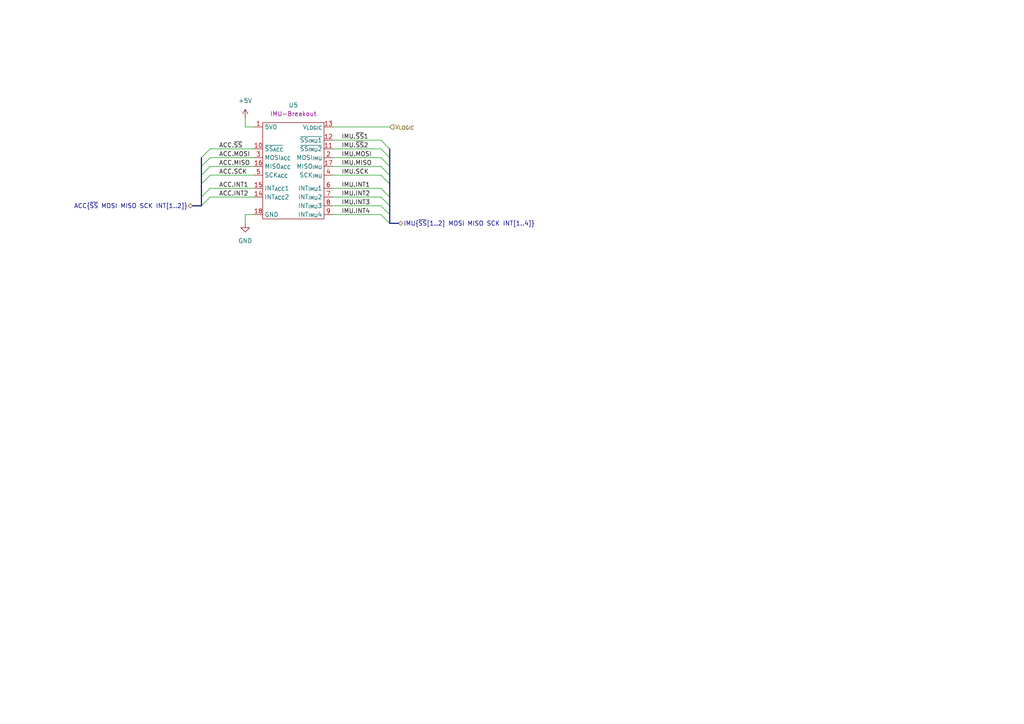
<source format=kicad_sch>
(kicad_sch (version 20211123) (generator eeschema)
  (paper "A4")
  (title_block (title "Bodge Control") (date "2022-11-06") (rev "1.0.0") (company "The A-Team (RC SSL)") (comment 1 "Designed By: W. Stuckey & R. Osawa") (comment 2 "Reviewed By:"))
  (lib_symbols
    (symbol "AT-Modules:IMU-Breakout_1xAcc(1xSS+1xSPI+2xINT),1xIMU(2xSS+1xSPI+4xINT)" (in_bom no)
      (property "Reference" "U" (at 0 15.24 0))
      (property "DisplayValue" "IMU-Breakout" (at 0 -15.24 0))
      (symbol "IMU-Breakout_1xAcc(1xSS+1xSPI+2xINT),1xIMU(2xSS+1xSPI+4xINT)_0_1"
        (rectangle (start -8.89 13.97) (end 8.89 -13.97) (stroke (width 0.1524)))
      )
      (symbol "IMU-Breakout_1xAcc(1xSS+1xSPI+2xINT),1xIMU(2xSS+1xSPI+4xINT)_1_1"
        (pin power_in line (at -11.43 12.7 0) (length 2.54) (name "5V0") (number "1"))
        (pin input line (at -11.43 6.35 0) (length 2.54) (name "~{SS_{ACC}}") (number "10"))
        (pin input line (at 11.43 6.35 180) (length 2.54) (name "~{SS_{IMU}2}") (number "11"))
        (pin input line (at 11.43 8.89 180) (length 2.54) (name "~{SS_{IMU}1}") (number "12"))
        (pin input line (at 11.43 12.7 180) (length 2.54) (name "V_{LOGIC}") (number "13"))
        (pin output line (at -11.43 -7.62 0) (length 2.54) (name "INT_{ACC}2") (number "14"))
        (pin output line (at -11.43 -5.08 0) (length 2.54) (name "INT_{ACC}1") (number "15"))
        (pin output line (at -11.43 1.27 0) (length 2.54) (name "MISO_{ACC}") (number "16"))
        (pin output line (at 11.43 1.27 180) (length 2.54) (name "MISO_{IMU}") (number "17"))
        (pin power_in line (at -11.43 -12.7 0) (length 2.54) (name "GND") (number "18"))
        (pin input line (at 11.43 3.81 180) (length 2.54) (name "MOSI_{IMU}") (number "2"))
        (pin input line (at -11.43 3.81 0) (length 2.54) (name "MOSI_{ACC}") (number "3"))
        (pin input line (at 11.43 -1.27 180) (length 2.54) (name "SCK_{IMU}") (number "4"))
        (pin input line (at -11.43 -1.27 0) (length 2.54) (name "SCK_{ACC}") (number "5"))
        (pin output line (at 11.43 -5.08 180) (length 2.54) (name "INT_{IMU}1") (number "6"))
        (pin output line (at 11.43 -7.62 180) (length 2.54) (name "INT_{IMU}2") (number "7"))
        (pin output line (at 11.43 -10.16 180) (length 2.54) (name "INT_{IMU}3") (number "8"))
        (pin output line (at 11.43 -12.7 180) (length 2.54) (name "INT_{IMU}4") (number "9"))
      )
    )
    (symbol "power:+5V" (power) (pin_names (offset 0))
      (property "Value" "+5V" (at 0 3.556 0))
      (symbol "+5V_0_1"
        (polyline (pts (xy -0.762 1.27) (xy 0 2.54)))
        (polyline (pts (xy 0 0) (xy 0 2.54)))
        (polyline (pts (xy 0 2.54) (xy 0.762 1.27)))
      )
      (symbol "+5V_1_1"
        (pin power_in line (at 0 0 90) (length 0) hide (name "+5V") (number "1"))
      )
    )
    (symbol "power:GND" (power) (pin_names (offset 0))
      (property "Value" "GND" (at 0 -3.81 0))
      (symbol "GND_0_1"
        (polyline (pts (xy 0 0) (xy 0 -1.27) (xy 1.27 -1.27) (xy 0 -2.54) (xy -1.27 -1.27) (xy 0 -1.27)))
      )
      (symbol "GND_1_1"
        (pin power_in line (at 0 0 270) (length 0) hide (name "GND") (number "1"))
      )
    )
  )
  (bus_entry (at 60.96 54.61) (size -2.54 2.54))
  (bus_entry (at 110.49 50.8) (size 2.54 2.54))
  (bus_entry (at 110.49 45.72) (size 2.54 2.54))
  (bus_entry (at 110.49 48.26) (size 2.54 2.54))
  (bus_entry (at 110.49 40.64) (size 2.54 2.54))
  (bus_entry (at 110.49 43.18) (size 2.54 2.54))
  (bus_entry (at 60.96 57.15) (size -2.54 2.54))
  (bus_entry (at 60.96 48.26) (size -2.54 2.54))
  (bus_entry (at 60.96 43.18) (size -2.54 2.54))
  (bus_entry (at 60.96 50.8) (size -2.54 2.54))
  (bus_entry (at 110.49 62.23) (size 2.54 2.54))
  (bus_entry (at 110.49 59.69) (size 2.54 2.54))
  (bus_entry (at 110.49 57.15) (size 2.54 2.54))
  (bus_entry (at 110.49 54.61) (size 2.54 2.54))
  (bus_entry (at 60.96 45.72) (size -2.54 2.54))
  (wire (pts (xy 96.52 43.18) (xy 110.49 43.18)))
  (bus (pts (xy 113.03 43.18) (xy 113.03 45.72)))
  (bus (pts (xy 58.42 59.69) (xy 55.88 59.69)))
  (bus (pts (xy 113.03 59.69) (xy 113.03 62.23)))
  (wire (pts (xy 96.52 59.69) (xy 110.49 59.69)))
  (bus (pts (xy 58.42 50.8) (xy 58.42 53.34)))
  (wire (pts (xy 71.12 34.29) (xy 71.12 36.83)))
  (wire (pts (xy 96.52 50.8) (xy 110.49 50.8)))
  (wire (pts (xy 60.96 48.26) (xy 73.66 48.26)))
  (wire (pts (xy 73.66 62.23) (xy 71.12 62.23)))
  (bus (pts (xy 113.03 57.15) (xy 113.03 59.69)))
  (bus (pts (xy 58.42 53.34) (xy 58.42 57.15)))
  (bus (pts (xy 113.03 62.23) (xy 113.03 64.77)))
  (wire (pts (xy 96.52 45.72) (xy 110.49 45.72)))
  (wire (pts (xy 96.52 54.61) (xy 110.49 54.61)))
  (wire (pts (xy 96.52 57.15) (xy 110.49 57.15)))
  (wire (pts (xy 96.52 48.26) (xy 110.49 48.26)))
  (bus (pts (xy 58.42 48.26) (xy 58.42 50.8)))
  (bus (pts (xy 113.03 48.26) (xy 113.03 50.8)))
  (bus (pts (xy 113.03 45.72) (xy 113.03 48.26)))
  (wire (pts (xy 60.96 50.8) (xy 73.66 50.8)))
  (wire (pts (xy 71.12 62.23) (xy 71.12 64.77)))
  (bus (pts (xy 113.03 53.34) (xy 113.03 57.15)))
  (wire (pts (xy 60.96 54.61) (xy 73.66 54.61)))
  (wire (pts (xy 71.12 36.83) (xy 73.66 36.83)))
  (wire (pts (xy 60.96 57.15) (xy 73.66 57.15)))
  (bus (pts (xy 113.03 50.8) (xy 113.03 53.34)))
  (wire (pts (xy 96.52 36.83) (xy 113.03 36.83)))
  (bus (pts (xy 58.42 45.72) (xy 58.42 48.26)))
  (bus (pts (xy 113.03 64.77) (xy 115.57 64.77)))
  (wire (pts (xy 60.96 43.18) (xy 73.66 43.18)))
  (wire (pts (xy 60.96 45.72) (xy 73.66 45.72)))
  (bus (pts (xy 58.42 57.15) (xy 58.42 59.69)))
  (wire (pts (xy 96.52 62.23) (xy 110.49 62.23)))
  (wire (pts (xy 96.52 40.64) (xy 110.49 40.64)))
  (label "IMU.INT4" (at 99.06 62.23 0))
  (label "IMU.INT1" (at 99.06 54.61 0))
  (label "ACC.INT2" (at 63.5 57.15 0))
  (label "IMU.MOSI" (at 99.06 45.72 0))
  (label "IMU.MISO" (at 99.06 48.26 0))
  (label "ACC.SCK" (at 63.5 50.8 0))
  (label "IMU.INT2" (at 99.06 57.15 0))
  (label "IMU.~{SS}2" (at 99.06 43.18 0))
  (label "IMU.~{SS}1" (at 99.06 40.64 0))
  (label "ACC.MISO" (at 63.5 48.26 0))
  (label "IMU.INT3" (at 99.06 59.69 0))
  (label "ACC.MOSI" (at 63.5 45.72 0))
  (label "IMU.SCK" (at 99.06 50.8 0))
  (label "ACC.INT1" (at 63.5 54.61 0))
  (label "ACC.~{SS}" (at 63.5 43.18 0))
  (hierarchical_label "V_{LOGIC}" (shape input) (at 113.03 36.83 0))
  (hierarchical_label "ACC{~{SS} MOSI MISO SCK INT[1..2]}" (shape bidirectional) (at 55.88 59.69 180))
  (hierarchical_label "IMU{~{SS}[1..2] MOSI MISO SCK INT[1..4]}" (shape bidirectional) (at 115.57 64.77 0))
  (symbol (lib_id "AT-Modules:IMU-Breakout_1xAcc(1xSS+1xSPI+2xINT),1xIMU(2xSS+1xSPI+4xINT)") (at 85.09 49.53 0) (unit 1) (in_bom no)
    (property "Reference" "U5" (at 85.09 30.48 0))
    (property "Value" "IMU-Breakout_1xAcc(1xSS+1xSPI+2xINT),1xIMU(2xSS+1xSPI+4xINT)" (effects hide))
    (property "Footprint" "AT-Modules:MODULE_18P_22.86X27.94MM_TH" (effects hide))
    (property "DisplayValue" "IMU-Breakout" (at 85.09 33.02 0))
  )
  (symbol (lib_id "power:+5V") (at 71.12 34.29 0) (unit 1)
    (property "Reference" "#PWR062" (effects hide))
    (property "Value" "+5V" (at 71.12 29.21 0))
  )
  (symbol (lib_id "power:GND") (at 71.12 64.77 0) (unit 1)
    (property "Reference" "#PWR063" (effects hide))
    (property "Value" "GND" (at 71.12 69.85 0))
  )
)
</source>
